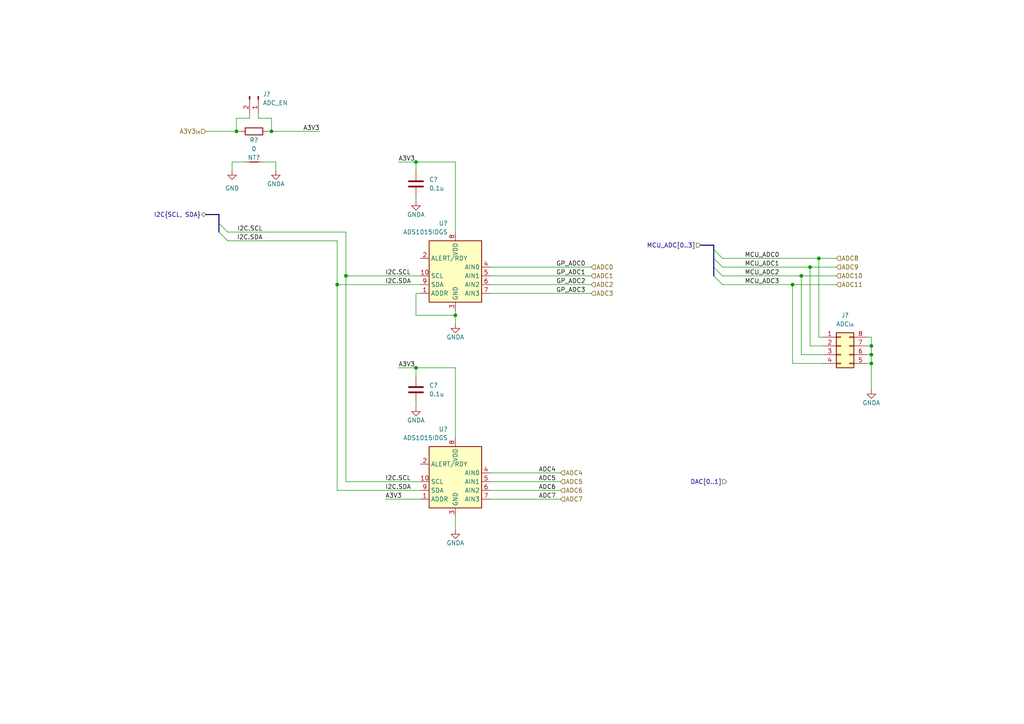
<source format=kicad_sch>
(kicad_sch (version 20231120) (generator "eeschema") (generator_version "8.0")
  (paper "A4")
  (lib_symbols
    (symbol "Analog_ADC:ADS1015IDGS"
      (property "Reference" "U" (at 2.54 13.97 0))
      (property "Value" "ADS1015IDGS" (at 7.62 11.43 0))
      (symbol "ADS1015IDGS_0_1"
        (rectangle (start -7.62 10.16) (end 7.62 -7.62) (stroke (width 0.254)) (fill (type background)))
      )
      (symbol "ADS1015IDGS_1_1"
        (pin input line (at 10.16 -5.08 180) (length 2.54) (name "ADDR") (number "1"))
        (pin input line (at 10.16 0 180) (length 2.54) (name "SCL") (number "10"))
        (pin output line (at 10.16 5.08 180) (length 2.54) (name "ALERT/RDY") (number "2"))
        (pin power_in line (at 0 -10.16 90) (length 2.54) (name "GND") (number "3"))
        (pin input line (at -10.16 2.54 0) (length 2.54) (name "AIN0") (number "4"))
        (pin input line (at -10.16 0 0) (length 2.54) (name "AIN1") (number "5"))
        (pin input line (at -10.16 -2.54 0) (length 2.54) (name "AIN2") (number "6"))
        (pin input line (at -10.16 -5.08 0) (length 2.54) (name "AIN3") (number "7"))
        (pin power_in line (at 0 12.7 270) (length 2.54) (name "VDD") (number "8"))
        (pin bidirectional line (at 10.16 -2.54 180) (length 2.54) (name "SDA") (number "9"))
      )
    )
    (symbol "Connector:Conn_01x02_Pin" (pin_names (offset 1.016) hide)
      (property "Reference" "J" (at 0 2.54 0))
      (property "Value" "Conn_01x02_Pin" (at 0 -5.08 0))
      (symbol "Conn_01x02_Pin_1_1"
        (polyline (pts (xy 1.27 -2.54) (xy 0.8636 -2.54)) (stroke (width 0.1524)))
        (polyline (pts (xy 1.27 0) (xy 0.8636 0)) (stroke (width 0.1524)))
        (rectangle (start 0.8636 -2.413) (end 0 -2.667) (stroke (width 0.1524)) (fill (type outline)))
        (rectangle (start 0.8636 0.127) (end 0 -0.127) (stroke (width 0.1524)) (fill (type outline)))
        (pin passive line (at 5.08 0 180) (length 3.81) (name "Pin_1") (number "1"))
        (pin passive line (at 5.08 -2.54 180) (length 3.81) (name "Pin_2") (number "2"))
      )
    )
    (symbol "Connector_Generic:Conn_02x04_Counter_Clockwise" (pin_names (offset 1.016) hide)
      (property "Reference" "J" (at 1.27 5.08 0))
      (property "Value" "Conn_02x04_Counter_Clockwise" (at 1.27 -7.62 0))
      (symbol "Conn_02x04_Counter_Clockwise_1_1"
        (rectangle (start -1.27 -4.953) (end 0 -5.207) (stroke (width 0.1524)))
        (rectangle (start -1.27 -2.413) (end 0 -2.667) (stroke (width 0.1524)))
        (rectangle (start -1.27 0.127) (end 0 -0.127) (stroke (width 0.1524)))
        (rectangle (start -1.27 2.667) (end 0 2.413) (stroke (width 0.1524)))
        (rectangle (start -1.27 3.81) (end 3.81 -6.35) (stroke (width 0.254)) (fill (type background)))
        (rectangle (start 3.81 -4.953) (end 2.54 -5.207) (stroke (width 0.1524)))
        (rectangle (start 3.81 -2.413) (end 2.54 -2.667) (stroke (width 0.1524)))
        (rectangle (start 3.81 0.127) (end 2.54 -0.127) (stroke (width 0.1524)))
        (rectangle (start 3.81 2.667) (end 2.54 2.413) (stroke (width 0.1524)))
        (pin passive line (at -5.08 2.54 0) (length 3.81) (name "Pin_1") (number "1"))
        (pin passive line (at -5.08 0 0) (length 3.81) (name "Pin_2") (number "2"))
        (pin passive line (at -5.08 -2.54 0) (length 3.81) (name "Pin_3") (number "3"))
        (pin passive line (at -5.08 -5.08 0) (length 3.81) (name "Pin_4") (number "4"))
        (pin passive line (at 7.62 -5.08 180) (length 3.81) (name "Pin_5") (number "5"))
        (pin passive line (at 7.62 -2.54 180) (length 3.81) (name "Pin_6") (number "6"))
        (pin passive line (at 7.62 0 180) (length 3.81) (name "Pin_7") (number "7"))
        (pin passive line (at 7.62 2.54 180) (length 3.81) (name "Pin_8") (number "8"))
      )
    )
    (symbol "Device:C" (pin_numbers hide) (pin_names (offset 0.254))
      (property "Reference" "C" (at 0.635 2.54 0))
      (property "Value" "C" (at 0.635 -2.54 0))
      (symbol "C_0_1"
        (polyline (pts (xy -2.032 -0.762) (xy 2.032 -0.762)) (stroke (width 0.508)))
        (polyline (pts (xy -2.032 0.762) (xy 2.032 0.762)) (stroke (width 0.508)))
      )
      (symbol "C_1_1"
        (pin passive line (at 0 3.81 270) (length 2.794) (name "~") (number "1"))
        (pin passive line (at 0 -3.81 90) (length 2.794) (name "~") (number "2"))
      )
    )
    (symbol "Device:NetTie_2" (pin_numbers hide) (pin_names (offset 0) hide) (in_bom no)
      (property "Reference" "NT" (at 0 1.27 0))
      (property "Value" "NetTie_2" (at 0 -1.27 0))
      (symbol "NetTie_2_0_1"
        (polyline (pts (xy -1.27 0) (xy 1.27 0)) (stroke (width 0.254)))
      )
      (symbol "NetTie_2_1_1"
        (pin passive line (at -2.54 0 0) (length 2.54) (name "1") (number "1"))
        (pin passive line (at 2.54 0 180) (length 2.54) (name "2") (number "2"))
      )
    )
    (symbol "Device:R" (pin_numbers hide) (pin_names (offset 0))
      (property "Reference" "R" (at 2.032 0 90))
      (property "Value" "R" (at 0 0 90))
      (symbol "R_0_1"
        (rectangle (start -1.016 -2.54) (end 1.016 2.54) (stroke (width 0.254)))
      )
      (symbol "R_1_1"
        (pin passive line (at 0 3.81 270) (length 1.27) (name "~") (number "1"))
        (pin passive line (at 0 -3.81 90) (length 1.27) (name "~") (number "2"))
      )
    )
    (symbol "power:GND" (power) (pin_numbers hide) (pin_names (offset 0) hide)
      (property "Value" "GND" (at 0 -3.81 0))
      (symbol "GND_0_1"
        (polyline (pts (xy 0 0) (xy 0 -1.27) (xy 1.27 -1.27) (xy 0 -2.54) (xy -1.27 -1.27) (xy 0 -1.27)))
      )
      (symbol "GND_1_1"
        (pin power_in line (at 0 0 270) (length 0) hide (name "GND") (number "1"))
      )
    )
    (symbol "power:GNDA" (power) (pin_numbers hide) (pin_names (offset 0) hide)
      (property "Value" "GNDA" (at 0 -3.81 0))
      (symbol "GNDA_0_1"
        (polyline (pts (xy 0 0) (xy 0 -1.27) (xy 1.27 -1.27) (xy 0 -2.54) (xy -1.27 -1.27) (xy 0 -1.27)))
      )
      (symbol "GNDA_1_1"
        (pin power_in line (at 0 0 270) (length 0) hide (name "GNDA") (number "1"))
      )
    )
  )
  (junction (at 229.87 82.55))
  (junction (at 252.73 100.33))
  (junction (at 100.33 80.01))
  (junction (at 234.95 77.47))
  (junction (at 237.49 74.93))
  (junction (at 78.74 38.1))
  (junction (at 97.79 82.55))
  (junction (at 68.58 38.1))
  (junction (at 132.08 91.44))
  (junction (at 120.65 106.68))
  (junction (at 232.41 80.01))
  (junction (at 120.65 46.99))
  (junction (at 252.73 105.41))
  (junction (at 252.73 102.87))
  (bus_entry (at 66.04 69.85) (size -2.54 -2.54))
  (bus_entry (at 209.55 77.47) (size -2.54 -2.54))
  (bus_entry (at 209.55 80.01) (size -2.54 -2.54))
  (bus_entry (at 209.55 74.93) (size -2.54 -2.54))
  (bus_entry (at 66.04 67.31) (size -2.54 -2.54))
  (bus_entry (at 209.55 82.55) (size -2.54 -2.54))
  (bus (pts (xy 207.01 72.39) (xy 207.01 74.93)))
  (bus (pts (xy 63.5 64.77) (xy 63.5 62.23)))
  (wire (pts (xy 251.46 102.87) (xy 252.73 102.87)))
  (wire (pts (xy 68.58 38.1) (xy 69.85 38.1)))
  (wire (pts (xy 234.95 77.47) (xy 242.57 77.47)))
  (wire (pts (xy 80.01 49.53) (xy 80.01 46.99)))
  (wire (pts (xy 142.24 144.78) (xy 162.56 144.78)))
  (bus (pts (xy 207.01 74.93) (xy 207.01 77.47)))
  (wire (pts (xy 100.33 80.01) (xy 121.92 80.01)))
  (wire (pts (xy 97.79 82.55) (xy 121.92 82.55)))
  (bus (pts (xy 207.01 77.47) (xy 207.01 80.01)))
  (wire (pts (xy 72.39 33.02) (xy 72.39 34.29)))
  (wire (pts (xy 142.24 137.16) (xy 162.56 137.16)))
  (wire (pts (xy 97.79 82.55) (xy 97.79 69.85)))
  (wire (pts (xy 251.46 97.79) (xy 252.73 97.79)))
  (wire (pts (xy 132.08 91.44) (xy 132.08 93.98)))
  (wire (pts (xy 142.24 142.24) (xy 162.56 142.24)))
  (wire (pts (xy 237.49 74.93) (xy 237.49 97.79)))
  (wire (pts (xy 238.76 102.87) (xy 232.41 102.87)))
  (wire (pts (xy 252.73 105.41) (xy 251.46 105.41)))
  (wire (pts (xy 132.08 127) (xy 132.08 106.68)))
  (wire (pts (xy 115.57 106.68) (xy 120.65 106.68)))
  (wire (pts (xy 121.92 85.09) (xy 120.65 85.09)))
  (wire (pts (xy 209.55 82.55) (xy 229.87 82.55)))
  (wire (pts (xy 74.93 34.29) (xy 78.74 34.29)))
  (wire (pts (xy 132.08 149.86) (xy 132.08 153.67)))
  (wire (pts (xy 59.69 38.1) (xy 68.58 38.1)))
  (wire (pts (xy 132.08 67.31) (xy 132.08 46.99)))
  (wire (pts (xy 78.74 34.29) (xy 78.74 38.1)))
  (wire (pts (xy 120.65 91.44) (xy 132.08 91.44)))
  (wire (pts (xy 111.76 144.78) (xy 121.92 144.78)))
  (bus (pts (xy 63.5 67.31) (xy 63.5 64.77)))
  (wire (pts (xy 78.74 38.1) (xy 92.71 38.1)))
  (bus (pts (xy 59.69 62.23) (xy 63.5 62.23)))
  (wire (pts (xy 132.08 90.17) (xy 132.08 91.44)))
  (wire (pts (xy 252.73 102.87) (xy 252.73 105.41)))
  (wire (pts (xy 77.47 38.1) (xy 78.74 38.1)))
  (wire (pts (xy 100.33 80.01) (xy 100.33 67.31)))
  (wire (pts (xy 232.41 80.01) (xy 242.57 80.01)))
  (wire (pts (xy 67.31 46.99) (xy 71.12 46.99)))
  (wire (pts (xy 68.58 34.29) (xy 68.58 38.1)))
  (wire (pts (xy 252.73 97.79) (xy 252.73 100.33)))
  (wire (pts (xy 232.41 80.01) (xy 232.41 102.87)))
  (wire (pts (xy 229.87 82.55) (xy 229.87 105.41)))
  (wire (pts (xy 115.57 46.99) (xy 120.65 46.99)))
  (wire (pts (xy 66.04 69.85) (xy 97.79 69.85)))
  (wire (pts (xy 238.76 105.41) (xy 229.87 105.41)))
  (wire (pts (xy 74.93 33.02) (xy 74.93 34.29)))
  (wire (pts (xy 237.49 74.93) (xy 242.57 74.93)))
  (wire (pts (xy 251.46 100.33) (xy 252.73 100.33)))
  (wire (pts (xy 171.45 80.01) (xy 142.24 80.01)))
  (wire (pts (xy 80.01 46.99) (xy 76.2 46.99)))
  (wire (pts (xy 120.65 58.42) (xy 120.65 57.15)))
  (wire (pts (xy 171.45 85.09) (xy 142.24 85.09)))
  (wire (pts (xy 132.08 106.68) (xy 120.65 106.68)))
  (wire (pts (xy 100.33 139.7) (xy 121.92 139.7)))
  (wire (pts (xy 142.24 139.7) (xy 162.56 139.7)))
  (wire (pts (xy 209.55 80.01) (xy 232.41 80.01)))
  (wire (pts (xy 229.87 82.55) (xy 242.57 82.55)))
  (wire (pts (xy 171.45 77.47) (xy 142.24 77.47)))
  (wire (pts (xy 97.79 142.24) (xy 97.79 82.55)))
  (wire (pts (xy 120.65 118.11) (xy 120.65 116.84)))
  (wire (pts (xy 171.45 82.55) (xy 142.24 82.55)))
  (wire (pts (xy 252.73 113.03) (xy 252.73 105.41)))
  (wire (pts (xy 100.33 139.7) (xy 100.33 80.01)))
  (wire (pts (xy 209.55 77.47) (xy 234.95 77.47)))
  (wire (pts (xy 120.65 106.68) (xy 120.65 109.22)))
  (wire (pts (xy 209.55 74.93) (xy 237.49 74.93)))
  (wire (pts (xy 120.65 85.09) (xy 120.65 91.44)))
  (wire (pts (xy 237.49 97.79) (xy 238.76 97.79)))
  (wire (pts (xy 252.73 100.33) (xy 252.73 102.87)))
  (wire (pts (xy 234.95 77.47) (xy 234.95 100.33)))
  (wire (pts (xy 120.65 46.99) (xy 120.65 49.53)))
  (wire (pts (xy 72.39 34.29) (xy 68.58 34.29)))
  (wire (pts (xy 132.08 46.99) (xy 120.65 46.99)))
  (wire (pts (xy 238.76 100.33) (xy 234.95 100.33)))
  (wire (pts (xy 97.79 142.24) (xy 121.92 142.24)))
  (bus (pts (xy 207.01 71.12) (xy 207.01 72.39)))
  (wire (pts (xy 67.31 49.53) (xy 67.31 46.99)))
  (bus (pts (xy 203.2 71.12) (xy 207.01 71.12)))
  (wire (pts (xy 66.04 67.31) (xy 100.33 67.31)))
  (label "I2C.SCL" (at 76.2 67.31 180))
  (label "GP_ADC2" (at 161.29 82.55 0))
  (label "I2C.SDA" (at 111.76 142.24 0))
  (label "MCU_ADC2" (at 226.06 80.01 180))
  (label "ADC7" (at 156.21 144.78 0))
  (label "GP_ADC0" (at 161.29 77.47 0))
  (label "I2C.SDA" (at 111.76 82.55 0))
  (label "A3V3" (at 92.71 38.1 180))
  (label "ADC6" (at 156.21 142.24 0))
  (label "MCU_ADC3" (at 226.06 82.55 180))
  (label "ADC5" (at 156.21 139.7 0))
  (label "MCU_ADC1" (at 226.06 77.47 180))
  (label "GP_ADC1" (at 161.29 80.01 0))
  (label "I2C.SCL" (at 111.76 80.01 0))
  (label "A3V3" (at 111.76 144.78 0))
  (label "A3V3" (at 115.57 46.99 0))
  (label "MCU_ADC0" (at 226.06 74.93 180))
  (label "I2C.SDA" (at 76.2 69.85 180))
  (label "A3V3" (at 115.57 106.68 0))
  (label "ADC4" (at 156.21 137.16 0))
  (label "I2C.SCL" (at 111.76 139.7 0))
  (label "GP_ADC3" (at 161.29 85.09 0))
  (hierarchical_label "I2C{SCL, SDA}" (shape bidirectional) (at 59.69 62.23 180))
  (hierarchical_label "ADC3" (shape input) (at 171.45 85.09 0))
  (hierarchical_label "ADC0" (shape input) (at 171.45 77.47 0))
  (hierarchical_label "ADC11" (shape input) (at 242.57 82.55 0))
  (hierarchical_label "DAC[0..1]" (shape input) (at 210.82 139.7 180))
  (hierarchical_label "ADC4" (shape input) (at 162.56 137.16 0))
  (hierarchical_label "ADC2" (shape input) (at 171.45 82.55 0))
  (hierarchical_label "A3V3_{in}" (shape input) (at 59.69 38.1 180))
  (hierarchical_label "ADC8" (shape input) (at 242.57 74.93 0))
  (hierarchical_label "ADC7" (shape input) (at 162.56 144.78 0))
  (hierarchical_label "ADC1" (shape input) (at 171.45 80.01 0))
  (hierarchical_label "ADC10" (shape input) (at 242.57 80.01 0))
  (hierarchical_label "MCU_ADC[0..3]" (shape input) (at 203.2 71.12 180))
  (hierarchical_label "ADC5" (shape input) (at 162.56 139.7 0))
  (hierarchical_label "ADC9" (shape input) (at 242.57 77.47 0))
  (hierarchical_label "ADC6" (shape input) (at 162.56 142.24 0))
  (symbol (lib_id "Connector:Conn_01x02_Pin") (at 74.93 27.94 270) (unit 1)
    (property "Reference" "J?" (at 76.2 27.305 90) (effects (justify left)))
    (property "Value" "ADC_EN" (at 76.2 29.845 90) (effects (justify left)))
  )
  (symbol (lib_id "power:GNDA") (at 132.08 153.67 0) (unit 1)
    (property "Reference" "#PWR?" (effects (hide yes)))
    (property "Value" "GNDA" (at 132.08 157.48 0))
  )
  (symbol (lib_id "power:GNDA") (at 252.73 113.03 0) (unit 1)
    (property "Reference" "#PWR?" (effects (hide yes)))
    (property "Value" "GNDA" (at 252.73 116.84 0))
  )
  (symbol (lib_id "Connector_Generic:Conn_02x04_Counter_Clockwise") (at 243.84 100.33 0) (unit 1)
    (property "Reference" "J?" (at 245.11 91.44 0))
    (property "Value" "ADC_{in}" (at 245.11 93.98 0))
  )
  (symbol (lib_id "power:GND") (at 67.31 49.53 0) (mirror y) (unit 1)
    (property "Reference" "#PWR?" (effects (hide yes)))
    (property "Value" "GND" (at 67.31 54.61 0))
  )
  (symbol (lib_id "power:GNDA") (at 120.65 58.42 0) (unit 1)
    (property "Reference" "#PWR?" (effects (hide yes)))
    (property "Value" "GNDA" (at 120.65 62.23 0))
  )
  (symbol (lib_id "Analog_ADC:ADS1015IDGS") (at 132.08 139.7 0) (mirror y) (unit 1)
    (property "Reference" "U?" (at 129.8859 124.46 0) (effects (justify left)))
    (property "Value" "ADS1015IDGS" (at 129.8859 127 0) (effects (justify left)))
    (property "Footprint" "Package_SO:TSSOP-10_3x3mm_P0.5mm" (effects (hide yes)))
    (property "Datasheet" "http://www.ti.com/lit/ds/symlink/ads1015.pdf" (effects (hide yes)))
  )
  (symbol (lib_id "Device:NetTie_2") (at 73.66 46.99 0) (mirror y) (unit 1) (in_bom no)
    (property "Reference" "NT?" (at 73.66 45.72 0))
    (property "Value" "NetTie_2" (effects (hide yes)))
  )
  (symbol (lib_id "power:GNDA") (at 80.01 49.53 0) (mirror y) (unit 1)
    (property "Reference" "#PWR?" (effects (hide yes)))
    (property "Value" "GNDA" (at 80.01 53.34 0))
  )
  (symbol (lib_id "Analog_ADC:ADS1015IDGS") (at 132.08 80.01 0) (mirror y) (unit 1)
    (property "Reference" "U?" (at 129.8859 64.77 0) (effects (justify left)))
    (property "Value" "ADS1015IDGS" (at 129.8859 67.31 0) (effects (justify left)))
    (property "Footprint" "Package_SO:TSSOP-10_3x3mm_P0.5mm" (effects (hide yes)))
    (property "Datasheet" "http://www.ti.com/lit/ds/symlink/ads1015.pdf" (effects (hide yes)))
  )
  (symbol (lib_id "Device:R") (at 73.66 38.1 270) (unit 1)
    (property "Reference" "R?" (at 73.66 40.64 90))
    (property "Value" "0" (at 73.66 43.18 90))
  )
  (symbol (lib_id "Device:C") (at 120.65 53.34 0) (unit 1)
    (property "Reference" "C?" (at 124.46 52.07 0) (effects (justify left)))
    (property "Value" "0.1u" (at 124.46 54.61 0) (effects (justify left)))
  )
  (symbol (lib_id "power:GNDA") (at 120.65 118.11 0) (unit 1)
    (property "Reference" "#PWR?" (effects (hide yes)))
    (property "Value" "GNDA" (at 120.65 121.92 0))
  )
  (symbol (lib_id "Device:C") (at 120.65 113.03 0) (unit 1)
    (property "Reference" "C?" (at 124.46 111.76 0) (effects (justify left)))
    (property "Value" "0.1u" (at 124.46 114.3 0) (effects (justify left)))
  )
  (symbol (lib_id "power:GNDA") (at 132.08 93.98 0) (unit 1)
    (property "Reference" "#PWR?" (effects (hide yes)))
    (property "Value" "GNDA" (at 132.08 97.79 0))
  )
)
</source>
